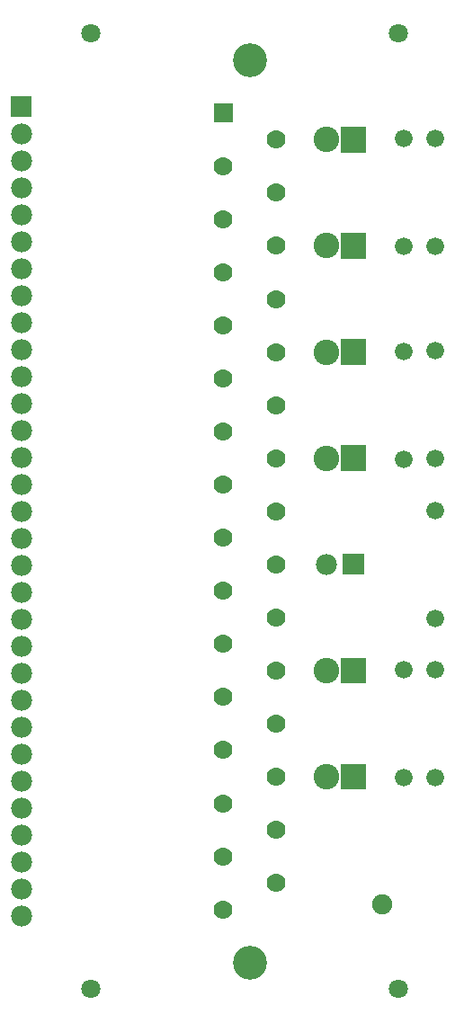
<source format=gbs>
G04 start of page 8 for group -4062 idx -4062 *
G04 Title: 01.002.00.01.01.pcb, soldermask *
G04 Creator: pcb 4.2.0 *
G04 CreationDate: Mon Sep  9 19:57:48 2019 UTC *
G04 For: bert *
G04 Format: Gerber/RS-274X *
G04 PCB-Dimensions (mil): 2559.06 4330.71 *
G04 PCB-Coordinate-Origin: lower left *
%MOIN*%
%FSLAX25Y25*%
%LNGBS*%
%ADD54C,0.0750*%
%ADD53C,0.0780*%
%ADD52C,0.1260*%
%ADD51C,0.0700*%
%ADD50C,0.0710*%
%ADD49C,0.0950*%
%ADD48C,0.0001*%
%ADD47C,0.0660*%
G54D47*X167322Y364489D03*
G54D48*G36*
X143950Y368924D02*Y359424D01*
X153450D01*
Y368924D01*
X143950D01*
G37*
G54D49*X138700Y364174D03*
G54D50*X165354Y403544D03*
G54D48*G36*
X96893Y377516D02*Y370516D01*
X103893D01*
Y377516D01*
X96893D01*
G37*
G54D51*X120077Y364174D03*
G54D52*X110236Y393702D03*
G54D50*X51181Y403544D03*
G54D48*G36*
X21690Y380279D02*Y372479D01*
X29490D01*
Y380279D01*
X21690D01*
G37*
G54D53*X25590Y366379D03*
Y356379D03*
Y346379D03*
Y336379D03*
Y326379D03*
Y316379D03*
Y306379D03*
Y296379D03*
Y286379D03*
Y276379D03*
Y266379D03*
Y256379D03*
Y246379D03*
Y236379D03*
Y226379D03*
Y216379D03*
G54D47*X179133Y324489D03*
Y364489D03*
X167322Y324489D03*
Y285749D03*
Y245749D03*
X179133Y226694D03*
Y246064D03*
Y286064D03*
G54D48*G36*
X143950Y329554D02*Y320054D01*
X153450D01*
Y329554D01*
X143950D01*
G37*
G54D49*X138700Y324804D03*
G54D48*G36*
X143950Y290184D02*Y280684D01*
X153450D01*
Y290184D01*
X143950D01*
G37*
G54D49*X138700Y285434D03*
G54D48*G36*
X143950Y250814D02*Y241314D01*
X153450D01*
Y250814D01*
X143950D01*
G37*
G54D49*X138700Y246064D03*
G54D51*X100393Y354331D03*
Y334646D03*
Y314961D03*
X120077Y344489D03*
Y324804D03*
Y305119D03*
Y285434D03*
Y265749D03*
Y246064D03*
X100393Y295276D03*
Y275591D03*
Y255906D03*
Y236221D03*
X120077Y226379D03*
X100393Y216536D03*
G54D50*X51181Y49213D03*
X165354D03*
G54D52*X110236Y59056D03*
G54D53*X25590Y206379D03*
Y196379D03*
Y186379D03*
Y176379D03*
Y166379D03*
Y156379D03*
Y146379D03*
Y136379D03*
Y126379D03*
Y116379D03*
Y106379D03*
Y96379D03*
Y86379D03*
Y76379D03*
G54D47*X179133Y186694D03*
Y167639D03*
X167322D03*
G54D48*G36*
X144800Y210594D02*Y202794D01*
X152600D01*
Y210594D01*
X144800D01*
G37*
G54D53*X138700Y206694D03*
G54D51*X120077Y206694D03*
X100393Y196851D03*
X120077Y187009D03*
X100393Y177166D03*
G54D48*G36*
X143950Y172074D02*Y162574D01*
X153450D01*
Y172074D01*
X143950D01*
G37*
G54D47*X179133Y127639D03*
X167322D03*
G54D48*G36*
X143950Y132704D02*Y123204D01*
X153450D01*
Y132704D01*
X143950D01*
G37*
G54D49*X138700Y127954D03*
G54D51*X120077Y127954D03*
G54D49*X138700Y167324D03*
G54D51*X120077D03*
X100393Y157481D03*
X120077Y147639D03*
G54D54*X159448Y80709D03*
G54D51*X100393Y137796D03*
Y118111D03*
X120077Y108269D03*
X100393Y98426D03*
Y78741D03*
X120077Y88584D03*
M02*

</source>
